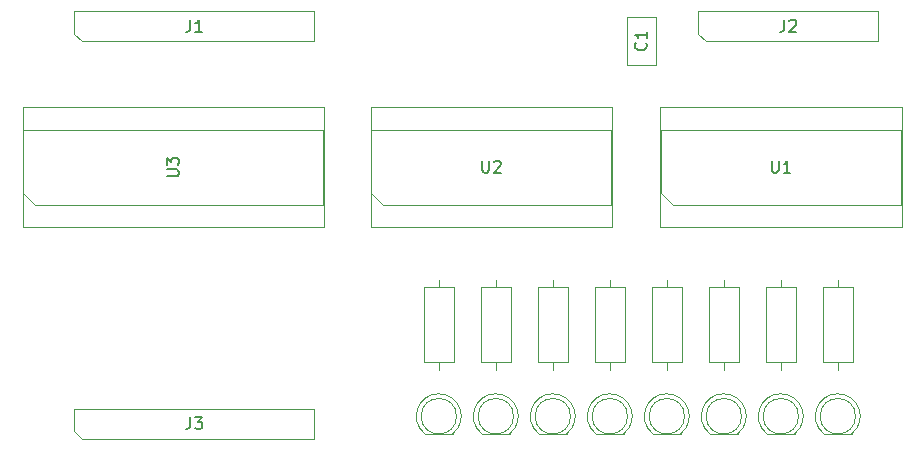
<source format=gbr>
G04 #@! TF.GenerationSoftware,KiCad,Pcbnew,5.0.2-bee76a0~70~ubuntu16.04.1*
G04 #@! TF.CreationDate,2020-01-13T19:01:32-06:00*
G04 #@! TF.ProjectId,GPRegisters,47505265-6769-4737-9465-72732e6b6963,rev?*
G04 #@! TF.SameCoordinates,Original*
G04 #@! TF.FileFunction,Other,Fab,Top*
%FSLAX46Y46*%
G04 Gerber Fmt 4.6, Leading zero omitted, Abs format (unit mm)*
G04 Created by KiCad (PCBNEW 5.0.2-bee76a0~70~ubuntu16.04.1) date lun 13 ene 2020 19:01:32 CST*
%MOMM*%
%LPD*%
G01*
G04 APERTURE LIST*
%ADD10C,0.100000*%
%ADD11C,0.150000*%
G04 APERTURE END LIST*
D10*
G04 #@! TO.C,C1*
X136251000Y-58495000D02*
X136251000Y-54495000D01*
X133751000Y-58495000D02*
X136251000Y-58495000D01*
X133751000Y-54495000D02*
X133751000Y-58495000D01*
X136251000Y-54495000D02*
X133751000Y-54495000D01*
G04 #@! TO.C,D1*
X119021476Y-89765555D02*
G75*
G03X116689810Y-89765000I-1165476J1500555D01*
G01*
X119356000Y-88265000D02*
G75*
G03X119356000Y-88265000I-1500000J0D01*
G01*
X116689810Y-89765000D02*
X119022190Y-89765000D01*
G04 #@! TO.C,D2*
X121515810Y-89765000D02*
X123848190Y-89765000D01*
X124182000Y-88265000D02*
G75*
G03X124182000Y-88265000I-1500000J0D01*
G01*
X123847476Y-89765555D02*
G75*
G03X121515810Y-89765000I-1165476J1500555D01*
G01*
G04 #@! TO.C,D3*
X128673476Y-89765555D02*
G75*
G03X126341810Y-89765000I-1165476J1500555D01*
G01*
X129008000Y-88265000D02*
G75*
G03X129008000Y-88265000I-1500000J0D01*
G01*
X126341810Y-89765000D02*
X128674190Y-89765000D01*
G04 #@! TO.C,D4*
X131167810Y-89765000D02*
X133500190Y-89765000D01*
X133834000Y-88265000D02*
G75*
G03X133834000Y-88265000I-1500000J0D01*
G01*
X133499476Y-89765555D02*
G75*
G03X131167810Y-89765000I-1165476J1500555D01*
G01*
G04 #@! TO.C,D5*
X138325476Y-89765555D02*
G75*
G03X135993810Y-89765000I-1165476J1500555D01*
G01*
X138660000Y-88265000D02*
G75*
G03X138660000Y-88265000I-1500000J0D01*
G01*
X135993810Y-89765000D02*
X138326190Y-89765000D01*
G04 #@! TO.C,D6*
X140819810Y-89765000D02*
X143152190Y-89765000D01*
X143486000Y-88265000D02*
G75*
G03X143486000Y-88265000I-1500000J0D01*
G01*
X143151476Y-89765555D02*
G75*
G03X140819810Y-89765000I-1165476J1500555D01*
G01*
G04 #@! TO.C,D7*
X147977476Y-89765555D02*
G75*
G03X145645810Y-89765000I-1165476J1500555D01*
G01*
X148312000Y-88265000D02*
G75*
G03X148312000Y-88265000I-1500000J0D01*
G01*
X145645810Y-89765000D02*
X147978190Y-89765000D01*
G04 #@! TO.C,D8*
X150471810Y-89765000D02*
X152804190Y-89765000D01*
X153138000Y-88265000D02*
G75*
G03X153138000Y-88265000I-1500000J0D01*
G01*
X152803476Y-89765555D02*
G75*
G03X150471810Y-89765000I-1165476J1500555D01*
G01*
G04 #@! TO.C,J1*
X87630000Y-56515000D02*
X86995000Y-55880000D01*
X107315000Y-56515000D02*
X87630000Y-56515000D01*
X107315000Y-53975000D02*
X107315000Y-56515000D01*
X86995000Y-53975000D02*
X107315000Y-53975000D01*
X86995000Y-55880000D02*
X86995000Y-53975000D01*
G04 #@! TO.C,J2*
X140462000Y-56515000D02*
X139827000Y-55880000D01*
X155067000Y-56515000D02*
X140462000Y-56515000D01*
X155067000Y-53975000D02*
X155067000Y-56515000D01*
X139827000Y-53975000D02*
X155067000Y-53975000D01*
X139827000Y-55880000D02*
X139827000Y-53975000D01*
G04 #@! TO.C,J3*
X86995000Y-89535000D02*
X86995000Y-87630000D01*
X86995000Y-87630000D02*
X107315000Y-87630000D01*
X107315000Y-87630000D02*
X107315000Y-90170000D01*
X107315000Y-90170000D02*
X87630000Y-90170000D01*
X87630000Y-90170000D02*
X86995000Y-89535000D01*
G04 #@! TO.C,R1*
X119106000Y-77368000D02*
X116606000Y-77368000D01*
X116606000Y-77368000D02*
X116606000Y-83668000D01*
X116606000Y-83668000D02*
X119106000Y-83668000D01*
X119106000Y-83668000D02*
X119106000Y-77368000D01*
X117856000Y-76708000D02*
X117856000Y-77368000D01*
X117856000Y-84328000D02*
X117856000Y-83668000D01*
G04 #@! TO.C,R2*
X122682000Y-84328000D02*
X122682000Y-83668000D01*
X122682000Y-76708000D02*
X122682000Y-77368000D01*
X123932000Y-83668000D02*
X123932000Y-77368000D01*
X121432000Y-83668000D02*
X123932000Y-83668000D01*
X121432000Y-77368000D02*
X121432000Y-83668000D01*
X123932000Y-77368000D02*
X121432000Y-77368000D01*
G04 #@! TO.C,R3*
X128758000Y-77368000D02*
X126258000Y-77368000D01*
X126258000Y-77368000D02*
X126258000Y-83668000D01*
X126258000Y-83668000D02*
X128758000Y-83668000D01*
X128758000Y-83668000D02*
X128758000Y-77368000D01*
X127508000Y-76708000D02*
X127508000Y-77368000D01*
X127508000Y-84328000D02*
X127508000Y-83668000D01*
G04 #@! TO.C,R4*
X132334000Y-84328000D02*
X132334000Y-83668000D01*
X132334000Y-76708000D02*
X132334000Y-77368000D01*
X133584000Y-83668000D02*
X133584000Y-77368000D01*
X131084000Y-83668000D02*
X133584000Y-83668000D01*
X131084000Y-77368000D02*
X131084000Y-83668000D01*
X133584000Y-77368000D02*
X131084000Y-77368000D01*
G04 #@! TO.C,R5*
X137160000Y-84328000D02*
X137160000Y-83668000D01*
X137160000Y-76708000D02*
X137160000Y-77368000D01*
X138410000Y-83668000D02*
X138410000Y-77368000D01*
X135910000Y-83668000D02*
X138410000Y-83668000D01*
X135910000Y-77368000D02*
X135910000Y-83668000D01*
X138410000Y-77368000D02*
X135910000Y-77368000D01*
G04 #@! TO.C,R6*
X143236000Y-77368000D02*
X140736000Y-77368000D01*
X140736000Y-77368000D02*
X140736000Y-83668000D01*
X140736000Y-83668000D02*
X143236000Y-83668000D01*
X143236000Y-83668000D02*
X143236000Y-77368000D01*
X141986000Y-76708000D02*
X141986000Y-77368000D01*
X141986000Y-84328000D02*
X141986000Y-83668000D01*
G04 #@! TO.C,R7*
X146812000Y-84328000D02*
X146812000Y-83668000D01*
X146812000Y-76708000D02*
X146812000Y-77368000D01*
X148062000Y-83668000D02*
X148062000Y-77368000D01*
X145562000Y-83668000D02*
X148062000Y-83668000D01*
X145562000Y-77368000D02*
X145562000Y-83668000D01*
X148062000Y-77368000D02*
X145562000Y-77368000D01*
G04 #@! TO.C,R8*
X152888000Y-77368000D02*
X150388000Y-77368000D01*
X150388000Y-77368000D02*
X150388000Y-83668000D01*
X150388000Y-83668000D02*
X152888000Y-83668000D01*
X152888000Y-83668000D02*
X152888000Y-77368000D01*
X151638000Y-76708000D02*
X151638000Y-77368000D01*
X151638000Y-84328000D02*
X151638000Y-83668000D01*
G04 #@! TO.C,U1*
X136592000Y-62103000D02*
X136592000Y-72263000D01*
X157032000Y-62103000D02*
X136592000Y-62103000D01*
X157032000Y-72263000D02*
X157032000Y-62103000D01*
X136592000Y-72263000D02*
X157032000Y-72263000D01*
X137652000Y-70358000D02*
X136652000Y-69358000D01*
X156972000Y-70358000D02*
X137652000Y-70358000D01*
X156972000Y-64008000D02*
X156972000Y-70358000D01*
X136652000Y-64008000D02*
X156972000Y-64008000D01*
X136652000Y-69358000D02*
X136652000Y-64008000D01*
G04 #@! TO.C,U2*
X112081000Y-62103000D02*
X112081000Y-72263000D01*
X132521000Y-62103000D02*
X112081000Y-62103000D01*
X132521000Y-72263000D02*
X132521000Y-62103000D01*
X112081000Y-72263000D02*
X132521000Y-72263000D01*
X113141000Y-70358000D02*
X112141000Y-69358000D01*
X132461000Y-70358000D02*
X113141000Y-70358000D01*
X132461000Y-64008000D02*
X132461000Y-70358000D01*
X112141000Y-64008000D02*
X132461000Y-64008000D01*
X112141000Y-69358000D02*
X112141000Y-64008000D01*
G04 #@! TO.C,U3*
X82617000Y-62103000D02*
X82617000Y-72263000D01*
X108137000Y-62103000D02*
X82617000Y-62103000D01*
X108137000Y-72263000D02*
X108137000Y-62103000D01*
X82617000Y-72263000D02*
X108137000Y-72263000D01*
X83677000Y-70358000D02*
X82677000Y-69358000D01*
X108077000Y-70358000D02*
X83677000Y-70358000D01*
X108077000Y-64008000D02*
X108077000Y-70358000D01*
X82677000Y-64008000D02*
X108077000Y-64008000D01*
X82677000Y-69358000D02*
X82677000Y-64008000D01*
G04 #@! TD*
G04 #@! TO.C,C1*
D11*
X135358142Y-56661666D02*
X135405761Y-56709285D01*
X135453380Y-56852142D01*
X135453380Y-56947380D01*
X135405761Y-57090238D01*
X135310523Y-57185476D01*
X135215285Y-57233095D01*
X135024809Y-57280714D01*
X134881952Y-57280714D01*
X134691476Y-57233095D01*
X134596238Y-57185476D01*
X134501000Y-57090238D01*
X134453380Y-56947380D01*
X134453380Y-56852142D01*
X134501000Y-56709285D01*
X134548619Y-56661666D01*
X135453380Y-55709285D02*
X135453380Y-56280714D01*
X135453380Y-55995000D02*
X134453380Y-55995000D01*
X134596238Y-56090238D01*
X134691476Y-56185476D01*
X134739095Y-56280714D01*
G04 #@! TO.C,J1*
X96821666Y-54697380D02*
X96821666Y-55411666D01*
X96774047Y-55554523D01*
X96678809Y-55649761D01*
X96535952Y-55697380D01*
X96440714Y-55697380D01*
X97821666Y-55697380D02*
X97250238Y-55697380D01*
X97535952Y-55697380D02*
X97535952Y-54697380D01*
X97440714Y-54840238D01*
X97345476Y-54935476D01*
X97250238Y-54983095D01*
G04 #@! TO.C,J2*
X147113666Y-54697380D02*
X147113666Y-55411666D01*
X147066047Y-55554523D01*
X146970809Y-55649761D01*
X146827952Y-55697380D01*
X146732714Y-55697380D01*
X147542238Y-54792619D02*
X147589857Y-54745000D01*
X147685095Y-54697380D01*
X147923190Y-54697380D01*
X148018428Y-54745000D01*
X148066047Y-54792619D01*
X148113666Y-54887857D01*
X148113666Y-54983095D01*
X148066047Y-55125952D01*
X147494619Y-55697380D01*
X148113666Y-55697380D01*
G04 #@! TO.C,J3*
X96821666Y-88352380D02*
X96821666Y-89066666D01*
X96774047Y-89209523D01*
X96678809Y-89304761D01*
X96535952Y-89352380D01*
X96440714Y-89352380D01*
X97202619Y-88352380D02*
X97821666Y-88352380D01*
X97488333Y-88733333D01*
X97631190Y-88733333D01*
X97726428Y-88780952D01*
X97774047Y-88828571D01*
X97821666Y-88923809D01*
X97821666Y-89161904D01*
X97774047Y-89257142D01*
X97726428Y-89304761D01*
X97631190Y-89352380D01*
X97345476Y-89352380D01*
X97250238Y-89304761D01*
X97202619Y-89257142D01*
G04 #@! TO.C,U1*
X146050095Y-66635380D02*
X146050095Y-67444904D01*
X146097714Y-67540142D01*
X146145333Y-67587761D01*
X146240571Y-67635380D01*
X146431047Y-67635380D01*
X146526285Y-67587761D01*
X146573904Y-67540142D01*
X146621523Y-67444904D01*
X146621523Y-66635380D01*
X147621523Y-67635380D02*
X147050095Y-67635380D01*
X147335809Y-67635380D02*
X147335809Y-66635380D01*
X147240571Y-66778238D01*
X147145333Y-66873476D01*
X147050095Y-66921095D01*
G04 #@! TO.C,U2*
X121539095Y-66635380D02*
X121539095Y-67444904D01*
X121586714Y-67540142D01*
X121634333Y-67587761D01*
X121729571Y-67635380D01*
X121920047Y-67635380D01*
X122015285Y-67587761D01*
X122062904Y-67540142D01*
X122110523Y-67444904D01*
X122110523Y-66635380D01*
X122539095Y-66730619D02*
X122586714Y-66683000D01*
X122681952Y-66635380D01*
X122920047Y-66635380D01*
X123015285Y-66683000D01*
X123062904Y-66730619D01*
X123110523Y-66825857D01*
X123110523Y-66921095D01*
X123062904Y-67063952D01*
X122491476Y-67635380D01*
X123110523Y-67635380D01*
G04 #@! TO.C,U3*
X94829380Y-67944904D02*
X95638904Y-67944904D01*
X95734142Y-67897285D01*
X95781761Y-67849666D01*
X95829380Y-67754428D01*
X95829380Y-67563952D01*
X95781761Y-67468714D01*
X95734142Y-67421095D01*
X95638904Y-67373476D01*
X94829380Y-67373476D01*
X94829380Y-66992523D02*
X94829380Y-66373476D01*
X95210333Y-66706809D01*
X95210333Y-66563952D01*
X95257952Y-66468714D01*
X95305571Y-66421095D01*
X95400809Y-66373476D01*
X95638904Y-66373476D01*
X95734142Y-66421095D01*
X95781761Y-66468714D01*
X95829380Y-66563952D01*
X95829380Y-66849666D01*
X95781761Y-66944904D01*
X95734142Y-66992523D01*
G04 #@! TD*
M02*

</source>
